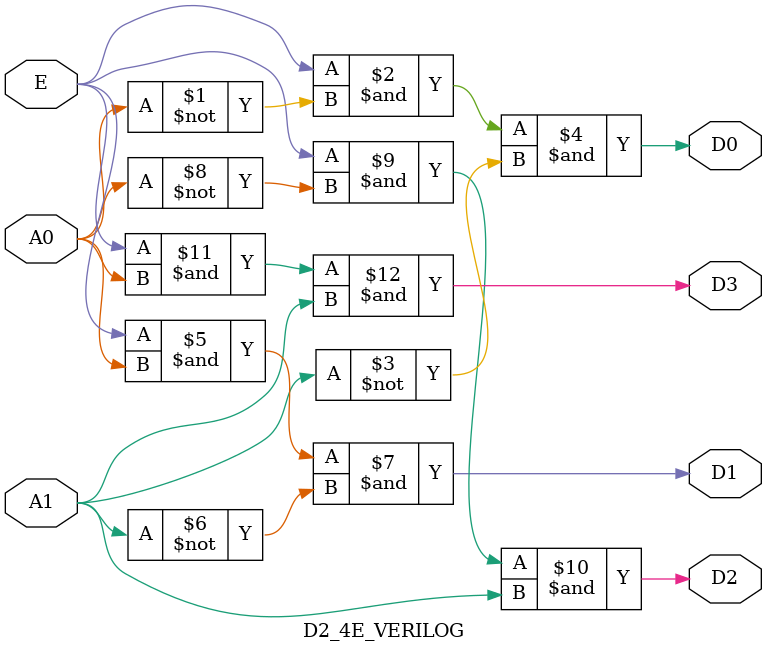
<source format=v>
module D2_4E_VERILOG(A0, A1, E, D0, D1, D2, D3);

    input A0;
    input A1;
    input E;
    output D0;
    output D1;
    output D2;
    output D3;

    assign D0 = E & ~A0 & ~A1;
    assign D1 = E &  A0 & ~A1;
    assign D2 = E & ~A0 &  A1;
    assign D3 = E &  A0 &  A1;

endmodule
</source>
